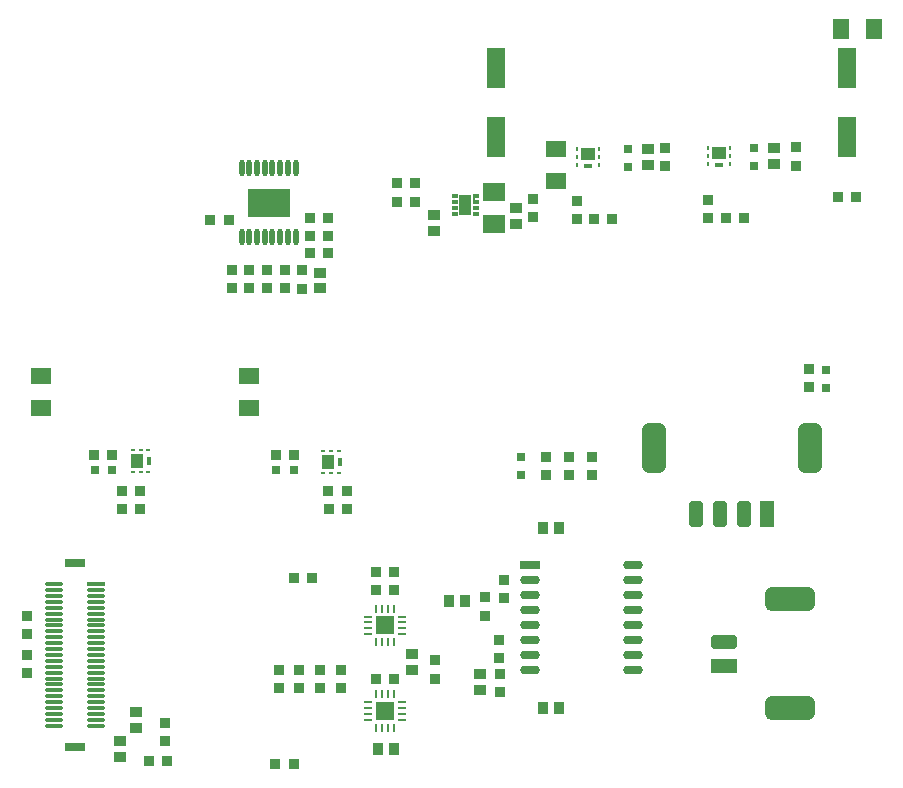
<source format=gtp>
G04*
G04 #@! TF.GenerationSoftware,Altium Limited,Altium Designer,19.0.15 (446)*
G04*
G04 Layer_Color=8421504*
%FSLAX25Y25*%
%MOIN*%
G70*
G01*
G75*
%ADD16R,0.03937X0.06693*%
%ADD17R,0.01968X0.01181*%
%ADD18R,0.00787X0.03150*%
%ADD19R,0.03937X0.03543*%
%ADD20R,0.07284X0.05906*%
%ADD21R,0.03347X0.03347*%
%ADD22R,0.13976X0.09685*%
%ADD23O,0.01772X0.05512*%
%ADD24R,0.07087X0.03150*%
%ADD25R,0.06299X0.01181*%
%ADD26O,0.06299X0.01181*%
%ADD27R,0.03543X0.03937*%
%ADD28R,0.03347X0.03347*%
G04:AMPARAMS|DCode=29|XSize=78.74mil|YSize=165.35mil|CornerRadius=19.68mil|HoleSize=0mil|Usage=FLASHONLY|Rotation=180.000|XOffset=0mil|YOffset=0mil|HoleType=Round|Shape=RoundedRectangle|*
%AMROUNDEDRECTD29*
21,1,0.07874,0.12598,0,0,180.0*
21,1,0.03937,0.16535,0,0,180.0*
1,1,0.03937,-0.01968,0.06299*
1,1,0.03937,0.01968,0.06299*
1,1,0.03937,0.01968,-0.06299*
1,1,0.03937,-0.01968,-0.06299*
%
%ADD29ROUNDEDRECTD29*%
G04:AMPARAMS|DCode=30|XSize=47.24mil|YSize=86.61mil|CornerRadius=11.81mil|HoleSize=0mil|Usage=FLASHONLY|Rotation=180.000|XOffset=0mil|YOffset=0mil|HoleType=Round|Shape=RoundedRectangle|*
%AMROUNDEDRECTD30*
21,1,0.04724,0.06299,0,0,180.0*
21,1,0.02362,0.08661,0,0,180.0*
1,1,0.02362,-0.01181,0.03150*
1,1,0.02362,0.01181,0.03150*
1,1,0.02362,0.01181,-0.03150*
1,1,0.02362,-0.01181,-0.03150*
%
%ADD30ROUNDEDRECTD30*%
%ADD31R,0.04724X0.08661*%
%ADD32R,0.03150X0.03150*%
%ADD33R,0.03150X0.03150*%
%ADD34R,0.03110X0.01181*%
%ADD35R,0.00984X0.01575*%
%ADD36R,0.04724X0.03937*%
%ADD37R,0.02953X0.00984*%
%ADD38R,0.00984X0.02953*%
%ADD39R,0.06496X0.06496*%
G04:AMPARAMS|DCode=40|XSize=78.74mil|YSize=165.35mil|CornerRadius=19.68mil|HoleSize=0mil|Usage=FLASHONLY|Rotation=90.000|XOffset=0mil|YOffset=0mil|HoleType=Round|Shape=RoundedRectangle|*
%AMROUNDEDRECTD40*
21,1,0.07874,0.12598,0,0,90.0*
21,1,0.03937,0.16535,0,0,90.0*
1,1,0.03937,0.06299,0.01968*
1,1,0.03937,0.06299,-0.01968*
1,1,0.03937,-0.06299,-0.01968*
1,1,0.03937,-0.06299,0.01968*
%
%ADD40ROUNDEDRECTD40*%
%ADD41R,0.08661X0.04724*%
G04:AMPARAMS|DCode=42|XSize=47.24mil|YSize=86.61mil|CornerRadius=11.81mil|HoleSize=0mil|Usage=FLASHONLY|Rotation=90.000|XOffset=0mil|YOffset=0mil|HoleType=Round|Shape=RoundedRectangle|*
%AMROUNDEDRECTD42*
21,1,0.04724,0.06299,0,0,90.0*
21,1,0.02362,0.08661,0,0,90.0*
1,1,0.02362,0.03150,0.01181*
1,1,0.02362,0.03150,-0.01181*
1,1,0.02362,-0.03150,-0.01181*
1,1,0.02362,-0.03150,0.01181*
%
%ADD42ROUNDEDRECTD42*%
%ADD43R,0.07087X0.05512*%
%ADD44O,0.06693X0.02992*%
%ADD45R,0.06693X0.02992*%
%ADD46R,0.06102X0.13583*%
%ADD47R,0.05512X0.07087*%
%ADD48R,0.03937X0.04724*%
%ADD49R,0.01575X0.00984*%
%ADD50R,0.01181X0.03110*%
D16*
X151752Y209055D02*
D03*
D17*
X155295Y206102D02*
D03*
Y208071D02*
D03*
Y210039D02*
D03*
Y212008D02*
D03*
X148208D02*
D03*
Y210039D02*
D03*
Y208071D02*
D03*
Y206102D02*
D03*
D18*
X154704Y211024D02*
D03*
D19*
X141391Y205693D02*
D03*
Y200378D02*
D03*
X156693Y52756D02*
D03*
Y47441D02*
D03*
X36710Y24902D02*
D03*
Y30217D02*
D03*
X42126Y40059D02*
D03*
Y34744D02*
D03*
X168476Y202817D02*
D03*
Y208132D02*
D03*
X254488Y222576D02*
D03*
Y227891D02*
D03*
X212655Y222379D02*
D03*
Y227694D02*
D03*
X103445Y181207D02*
D03*
Y186522D02*
D03*
X133858Y59449D02*
D03*
Y54134D02*
D03*
D20*
X161314Y213287D02*
D03*
Y202854D02*
D03*
D21*
X129128Y216240D02*
D03*
Y210138D02*
D03*
X5476Y52953D02*
D03*
Y59056D02*
D03*
X158150Y78248D02*
D03*
Y72146D02*
D03*
X163189Y52657D02*
D03*
Y46555D02*
D03*
X51575Y36516D02*
D03*
Y30413D02*
D03*
X266142Y148357D02*
D03*
Y154459D02*
D03*
X232579Y210790D02*
D03*
Y204688D02*
D03*
X186295Y118898D02*
D03*
Y125000D02*
D03*
X5476Y72067D02*
D03*
Y65965D02*
D03*
X134994Y216240D02*
D03*
Y210138D02*
D03*
X174213Y205020D02*
D03*
Y211122D02*
D03*
X218386Y228088D02*
D03*
Y221986D02*
D03*
X100000Y198720D02*
D03*
Y204823D02*
D03*
X106004D02*
D03*
Y198720D02*
D03*
X97441Y187303D02*
D03*
Y181201D02*
D03*
X91535Y187401D02*
D03*
Y181299D02*
D03*
X85630Y187401D02*
D03*
Y181299D02*
D03*
X79724Y187401D02*
D03*
Y181299D02*
D03*
X73819Y187401D02*
D03*
Y181299D02*
D03*
X141732Y51181D02*
D03*
Y57283D02*
D03*
X110236Y54134D02*
D03*
Y48031D02*
D03*
X103346D02*
D03*
Y54134D02*
D03*
X96457Y48031D02*
D03*
Y54134D02*
D03*
X89567D02*
D03*
Y48031D02*
D03*
X162992Y64016D02*
D03*
Y57913D02*
D03*
X164567Y84055D02*
D03*
Y77953D02*
D03*
X193898Y125000D02*
D03*
Y118898D02*
D03*
X178692Y125000D02*
D03*
Y118898D02*
D03*
X188976Y204429D02*
D03*
Y210531D02*
D03*
X261811Y228305D02*
D03*
Y222202D02*
D03*
D22*
X86181Y209842D02*
D03*
D23*
X95138Y221457D02*
D03*
X92579D02*
D03*
X90020D02*
D03*
X87461D02*
D03*
X84901D02*
D03*
X82342D02*
D03*
X79783D02*
D03*
X77224D02*
D03*
X95138Y198228D02*
D03*
X92579D02*
D03*
X90020D02*
D03*
X87461D02*
D03*
X84901D02*
D03*
X82342D02*
D03*
X79783D02*
D03*
X77224D02*
D03*
D24*
X21654Y28346D02*
D03*
Y89764D02*
D03*
D25*
X28740Y82677D02*
D03*
D26*
Y80708D02*
D03*
Y78740D02*
D03*
Y76771D02*
D03*
Y74803D02*
D03*
Y72834D02*
D03*
Y70866D02*
D03*
Y68897D02*
D03*
Y66929D02*
D03*
Y64960D02*
D03*
Y62992D02*
D03*
Y61023D02*
D03*
Y59055D02*
D03*
Y57086D02*
D03*
Y55118D02*
D03*
Y53149D02*
D03*
Y51181D02*
D03*
Y49213D02*
D03*
Y47244D02*
D03*
Y45276D02*
D03*
Y43307D02*
D03*
Y41339D02*
D03*
Y39370D02*
D03*
Y37402D02*
D03*
Y35433D02*
D03*
X14567D02*
D03*
Y37402D02*
D03*
Y39370D02*
D03*
Y41339D02*
D03*
Y43307D02*
D03*
Y45276D02*
D03*
Y47244D02*
D03*
Y49213D02*
D03*
Y51181D02*
D03*
Y53149D02*
D03*
Y55118D02*
D03*
Y57086D02*
D03*
Y59055D02*
D03*
Y61023D02*
D03*
Y62992D02*
D03*
Y64960D02*
D03*
Y66929D02*
D03*
Y68897D02*
D03*
Y70866D02*
D03*
Y72834D02*
D03*
Y74803D02*
D03*
Y76771D02*
D03*
Y78740D02*
D03*
Y80708D02*
D03*
Y82677D02*
D03*
D27*
X151640Y77165D02*
D03*
X146326D02*
D03*
X183071Y101378D02*
D03*
X177756D02*
D03*
X183071Y41339D02*
D03*
X177756D02*
D03*
X127953Y27559D02*
D03*
X122638D02*
D03*
D28*
X46161Y23779D02*
D03*
X52264D02*
D03*
X244781Y204589D02*
D03*
X238679D02*
D03*
X37205Y107795D02*
D03*
X43307D02*
D03*
X28004Y125587D02*
D03*
X34107D02*
D03*
X275886Y211614D02*
D03*
X281988D02*
D03*
X106102Y192941D02*
D03*
X100000D02*
D03*
X66791Y203900D02*
D03*
X72894D02*
D03*
X88386Y22638D02*
D03*
X94488D02*
D03*
X128051Y86614D02*
D03*
X121949D02*
D03*
X128051Y80709D02*
D03*
X121949D02*
D03*
X121850Y51181D02*
D03*
X127953D02*
D03*
X194685Y204331D02*
D03*
X200787D02*
D03*
X37205Y113701D02*
D03*
X43307D02*
D03*
X112401Y107795D02*
D03*
X106299D02*
D03*
X106102Y113701D02*
D03*
X112205D02*
D03*
X94587Y125787D02*
D03*
X88484D02*
D03*
X94488Y84646D02*
D03*
X100591D02*
D03*
D29*
X214567Y127953D02*
D03*
X266535D02*
D03*
D30*
X228740Y105984D02*
D03*
X236614D02*
D03*
X244488D02*
D03*
D31*
X252362D02*
D03*
D32*
X271831Y148160D02*
D03*
Y154066D02*
D03*
X170315Y118983D02*
D03*
Y124889D02*
D03*
X206100Y227657D02*
D03*
Y221752D02*
D03*
X248031Y227891D02*
D03*
Y221986D02*
D03*
D33*
X28147Y120650D02*
D03*
X34053D02*
D03*
X94587Y120728D02*
D03*
X88681D02*
D03*
D34*
X236221Y222419D02*
D03*
X192717Y222087D02*
D03*
D35*
X232579Y227891D02*
D03*
Y225332D02*
D03*
Y222773D02*
D03*
X239862D02*
D03*
Y225332D02*
D03*
Y227891D02*
D03*
X196358Y227559D02*
D03*
Y225000D02*
D03*
Y222441D02*
D03*
X189075D02*
D03*
Y225000D02*
D03*
Y227559D02*
D03*
D36*
X236221Y226513D02*
D03*
X192717Y226181D02*
D03*
D37*
X119390Y43307D02*
D03*
Y41339D02*
D03*
Y39370D02*
D03*
Y37402D02*
D03*
X130610D02*
D03*
Y39370D02*
D03*
Y41339D02*
D03*
Y43307D02*
D03*
X119390Y71850D02*
D03*
Y69882D02*
D03*
Y67913D02*
D03*
Y65945D02*
D03*
X130610D02*
D03*
Y67913D02*
D03*
Y69882D02*
D03*
Y71850D02*
D03*
D38*
X122047Y34744D02*
D03*
X124016D02*
D03*
X125984D02*
D03*
X127953D02*
D03*
Y45965D02*
D03*
X125984D02*
D03*
X124016D02*
D03*
X122047D02*
D03*
Y63287D02*
D03*
X124016D02*
D03*
X125984D02*
D03*
X127953D02*
D03*
Y74508D02*
D03*
X125984D02*
D03*
X124016D02*
D03*
X122047D02*
D03*
D39*
X125000Y40354D02*
D03*
Y68898D02*
D03*
D40*
X259842Y77559D02*
D03*
Y41339D02*
D03*
D41*
X237874Y55512D02*
D03*
D42*
Y63386D02*
D03*
D43*
X79724Y141240D02*
D03*
Y152067D02*
D03*
X10211Y141240D02*
D03*
Y152067D02*
D03*
X182087Y227702D02*
D03*
Y216875D02*
D03*
D44*
X207677Y54016D02*
D03*
Y59016D02*
D03*
Y64016D02*
D03*
Y69016D02*
D03*
Y74016D02*
D03*
Y79016D02*
D03*
Y84016D02*
D03*
Y89016D02*
D03*
X173228Y54016D02*
D03*
Y59016D02*
D03*
Y64016D02*
D03*
Y69016D02*
D03*
Y74016D02*
D03*
Y79016D02*
D03*
Y84016D02*
D03*
D45*
Y89016D02*
D03*
D46*
X278969Y254764D02*
D03*
Y231536D02*
D03*
X161851Y254764D02*
D03*
Y231536D02*
D03*
D47*
X277067Y267796D02*
D03*
X287894D02*
D03*
D48*
X105817Y123336D02*
D03*
X42323Y123819D02*
D03*
D49*
X104439Y126978D02*
D03*
X106998D02*
D03*
X109557D02*
D03*
Y119694D02*
D03*
X106998D02*
D03*
X104439D02*
D03*
X40945Y127461D02*
D03*
X43504D02*
D03*
X46063D02*
D03*
Y120177D02*
D03*
X43504D02*
D03*
X40945D02*
D03*
D50*
X109912Y123336D02*
D03*
X46417Y123819D02*
D03*
M02*

</source>
